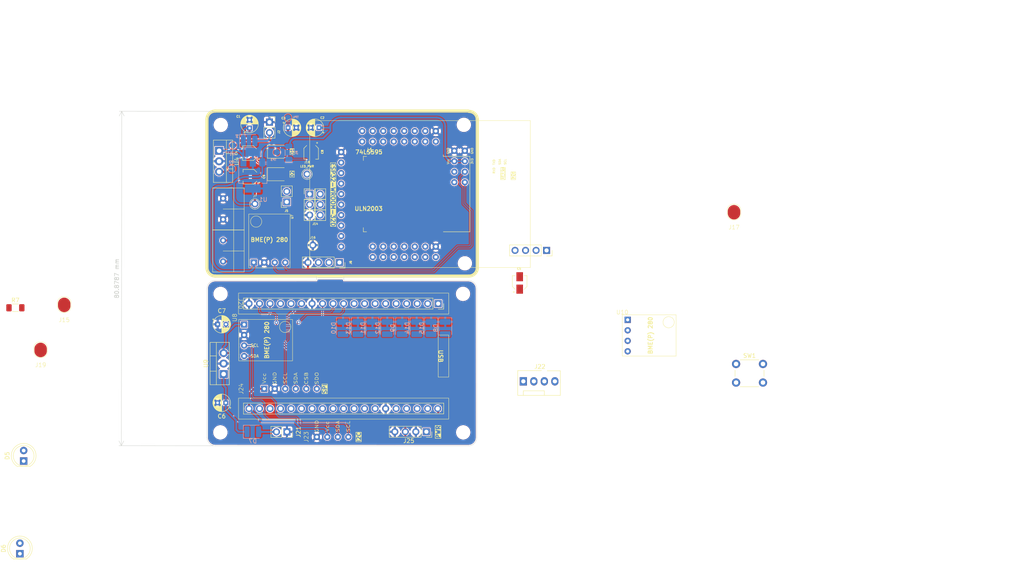
<source format=kicad_pcb>
(kicad_pcb (version 20240108) (generator "pcbnew") (generator_version "8.0")
  (layers (0 "F.Cu" signal) (31 "B.Cu" signal) (34 "B.Paste" user) (35 "F.Paste" user) (36 "B.SilkS" user "B.Silkscreen") (37 "F.SilkS" user "F.Silkscreen") (38 "B.Mask" user) (39 "F.Mask" user) (44 "Edge.Cuts" user))
  (net 0 "")
  (net 1 "GND")
  (net 2 "+3V3")
  (net 3 "+5V")
  (net 4 "/RXD")
  (net 5 "/TXD")
  (net 6 "/SDA")
  (net 7 "/GPIO_33")
  (net 8 "/SCL")
  (net 9 "/OUT3")
  (net 10 "/EN")
  (net 11 "/SOURCE2")
  (net 12 "/SOURCE1")
  (net 13 "/SOURCE3")
  (net 14 "/VDC")
  (net 15 "/DAC1")
  (net 16 "/DAC2")
  (net 17 "/GPIO39")
  (net 18 "/GPIO19")
  (net 19 "/GPIO17")
  (net 20 "/GPIO5")
  (net 21 "/GPIO18")
  (net 22 "/SD_DATA0")
  (net 23 "/ADC2_CH3")
  (net 24 "/SD_DATA3")
  (net 25 "/SD_CMD")
  (net 26 "/SD_CLK")
  (net 27 "/SD_DATA2")
  (net 28 "/SD_DATA1")
  (net 29 "/ADC2_CH0")
  (net 30 "/GPIO23")
  (net 31 "/GPIO36")
  (net 32 "/ADC2_CH2")
  (net 33 "/BOOT")
  (net 34 "/GPIO13")
  (net 35 "/SOURCE4")
  (net 36 "/SOURCE5")
  (net 37 "/SIPO_DATA")
  (net 38 "/SIPO_CLK")
  (net 39 "/SIPO_LATCH")
  (net 40 "/GPIO14")
  (net 41 "/OUT1")
  (net 42 "/VIN")
  (net 45 "Net-(D5-Pad1)")
  (net 46 "Net-(J15-Pin_1)")
  (net 47 "Net-(J19-Pin_1)")
  (net 48 "/OUT2")
  (net 60 "/RX")
  (net 65 "/TX")
  (net 76 "/SCL-2")
  (net 77 "/SDA-2")
  (net 80 "/12V")
  (net 82 "/QB-2")
  (net 83 "/QC-2")
  (net 84 "/QE-2")
  (net 85 "/QA-2")
  (net 86 "/QD-2")
  (net 87 "/QG-2")
  (net 88 "/QH-2")
  (net 89 "/QF-2")
  (net 90 "/SPI-SDO")
  (net 91 "/SPI-CSB")
  (net 92 "/SPI-SCL")
  (net 93 "/SPI-SDA")
  (net 94 "/D23")
  (net 95 "/D18")
  (footprint "Capacitor_THT:CP_Radial_D4.0mm_P2.00mm" (layer "F.Cu") (at 107 44.2 180)
    (property "Reference" "C2")
    (property "Value" "1uF")
  )
  (footprint "LED_SMD:LED_1210_3225Metric_Pad1.42x2.65mm_HandSolder" (layer "F.Cu") (at 97 55.45)
    (property "Reference" "D2")
    (property "Value" "STATUS")
  )
  (footprint "Capacitor_SMD:CP_Elec_3x5.3" (layer "F.Cu") (at 90.3 50.35 180)
    (property "Reference" "C4")
    (property "Value" "0.1uF")
  )
  (footprint "Resistor_SMD:R_1206_3216Metric_Pad1.30x1.75mm_HandSolder" (layer "F.Cu") (at 33.612 87.7585)
    (property "Reference" "R7")
    (property "Value" "4K7")
  )
  (footprint "LED_THT:LED_D5.0mm" (layer "F.Cu") (at 34.7 147.25 90)
    (property "Reference" "D6")
    (property "Value" "LED_STATUS")
  )
  (footprint "Button_Switch_THT:SW_PUSH_6mm" (layer "F.Cu") (at 207.8 101.35)
    (property "Reference" "SW1")
    (property "Value" "SW_Push")
  )
  (footprint "Connector:FanPinHeader_1x04_P2.54mm_Vertical" (layer "F.Cu") (at 156.38 105.55)
    (property "Reference" "J22")
    (property "Value" "Conn_01x04_Pin")
  )
  (footprint "Alexander Footprint Library:Pad_1x01_P2.54_SMD" (layer "F.Cu") (at 39.712 102.098)
    (property "Reference" "J19")
    (property "Value" "LED_PWR")
  )
  (footprint "Alexanddr Footprints Library:ESP32-WROOM-Adapter-Socket-2" (layer "F.Cu") (at 127.6 60.25 -90)
    (property "Reference" "J1")
    (property "Value" "~")
  )
  (footprint "Alexander Footprint Library:Pad_1x01_P2.54_SMD" (layer "F.Cu") (at 45.412 91.198)
    (property "Reference" "J15")
    (property "Value" "LED_PWR")
  )
  (footprint "MountingHole:MountingHole_3mm" (layer "F.Cu") (at 142 43.5)
    (property "Reference" "H1" (hide yes))
    (property "Value" "MountingHole_Pad")
  )
  (footprint "Connector_PinSocket_2.54mm:PinSocket_1x02_P2.54mm_Vertical" (layer "F.Cu") (at 99.25 117.775 -90)
    (property "Reference" "J21")
    (property "Value" "PWR")
  )
  (footprint "MountingHole:MountingHole_3mm" (layer "F.Cu") (at 83.25 43.53)
    (property "Reference" "H2" (hide yes))
    (property "Value" "MountingHole_Pad")
  )
  (footprint "Alexander Footprints Library:Conn_Terminal_5mm" (layer "F.Cu") (at 83.82 53.69)
    (property "Reference" "J9" (hide yes))
    (property "Value" "Conn_01x02_Socket")
  )
  (footprint "Alexander Footprint Library:Pad_1x01_P2.54_SMD" (layer "F.Cu") (at 207.3 68.7895)
    (property "Reference" "J17")
    (property "Value" "GND")
  )
  (footprint "MountingHole:MountingHole_3mm" (layer "F.Cu") (at 141.85 117.9)
    (property "Reference" "H4" (hide yes))
    (property "Value" "MountingHole_Pad")
  )
  (footprint "Capacitor_THT:CP_Radial_D4.0mm_P2.00mm" (layer "F.Cu") (at 82.5 91.75)
    (property "Reference" "C7")
    (property "Value" "1uF")
  )
  (footprint "Connector_PinSocket_2.54mm:PinSocket_1x04_P2.54mm_Vertical" (layer "F.Cu") (at 132.94 117.75 -90)
    (property "Reference" "J25")
    (property "Value" "PWR_SATA_Conn_01x04")
  )
  (footprint "Capacitor_SMD:CP_Elec_3x5.3" (layer "F.Cu") (at 90.4 56.05 180)
    (property "Reference" "C9")
    (property "Value" "0.1uF")
  )
  (footprint "Alexander Footprint Library:PinSocket_1x01_P2.54" (layer "F.Cu") (at 91.5 65.19)
    (property "Reference" "J7")
    (property "Value" "LED_PWR")
  )
  (footprint "Alexander Footprint Library:Conn_SPI" (layer "F.Cu") (at 88.68 107.35 90)
    (property "Reference" "J24")
    (property "Value" "~")
  )
  (footprint "Connector_PinSocket_2.54mm:PinSocket_1x02_P2.54mm_Vertical" (layer "F.Cu") (at 95.025 42.85)
    (property "Reference" "J2")
    (property "Value" "PWR")
  )
  (footprint "Connector_PinSocket_2.54mm:PinSocket_1x04_P2.54mm_Vertical" (layer "F.Cu") (at 111.94 76.8 -90)
    (property "Reference" "J6")
    (property "Value" "SOURCE")
  )
  (footprint "MountingHole:MountingHole_3mm" (layer "F.Cu") (at 83.15 117.9)
    (property "Reference" "H4" (hide yes))
    (property "Value" "MountingHole_Pad")
  )
  (footprint "Connector_PinSocket_2.54mm:PinSocket_1x04_P2.54mm_Vertical" (layer "F.Cu") (at 162 73.875 -90)
    (property "Reference" "J10" (hide yes))
    (property "Value" "ADC")
  )
  (footprint "Capacitor_SMD:CP_Elec_3x5.3" (layer "F.Cu") (at 155.5 81.75 90)
    (property "Reference" "C5")
    (property "Value" "0.1uF")
  )
  (footprint "MountingHole:MountingHole_3mm" (layer "F.Cu") (at 141.8 84.4)
    (property "Reference" "H4" (hide yes))
    (property "Value" "MountingHole_Pad")
  )
  (footprint "Capacitor_THT:CP_Radial_D4.0mm_P2.00mm" (layer "F.Cu") (at 99.5 44.2)
    (property "Reference" "C3")
    (property "Value" "1uF")
  )
  (footprint "Alexander Footprint Library:Conn_ESP32_WROOM-DevKit-38pins" (layer "F.Cu") (at 87.54 86.75 -90)
    (property "Reference" "J20")
    (property "Value" "~")
  )
  (footprint "Capacitor_SMD:CP_Elec_3x5.3" (layer "F.Cu") (at 105.1 50.05 -90)
    (property "Reference" "C8")
    (property "Value" "10uF")
  )
  (footprint "Alexander Footprint Library:LD1117" (layer "F.Cu") (at 83.945 103.79 90)
    (property "Reference" "U9")
    (property "Value" "L7805")
  )
  (footprint "Alexander Footprint Library:PinSocket_1x01_P2.54" (layer "F.Cu") (at 104.1 57.99)
    (property "Reference" "J18")
    (property "Value" "LED_PWR")
  )
  (footprint "Alexander Footprint Library:Conn_I2C" (layer "F.Cu") (at 98.84 119 90)
    (property "Reference" "J23")
    (property "Value" "I2C")
  )
  (footprint "Capacitor_THT:CP_Radial_D4.0mm_P2.00mm" (layer "F.Cu") (at 84.4726 110.75 180)
    (property "Reference" "C6")
    (property "Value" "1uF")
  )
  (footprint "Alexander Footprint Library:BME280_BMP280_I2C" (layer "F.Cu") (at 180.3 89.45)
    (property "Reference" "U10")
    (property "Value" "BME(P)280")
  )
  (footprint "MountingHole:MountingHole_3mm" (layer "F.Cu") (at 83.2 84.4)
    (property "Reference" "H4" (hide yes))
    (property "Value" "MountingHole_Pad")
  )
  (footprint "Connector_PinSocket_2.54mm:PinSocket_1x02_P2.54mm_Vertical" (layer "F.Cu") (at 99.2 62.15 180)
    (property "Reference" "J5")
    (property "Value" "DAC")
  )
  (footprint "Alexander Footprint Library:CONN_2x3" (layer "F.Cu") (at 104.74 55.17)
    (property "Reference" "J14")
    (property "Value" "GPIO")
  )
  (footprint "Alexander Footprints Library:Conn_UART" (layer "F.Cu") (at 139.7 42.15)
    (property "Reference" "J3" (hide yes))
    (property "Value" "UART")
  )
  (footprint "Alexander Footprint Library:PinSocket_1x01_P2.54" (layer "F.Cu") (at 105.5 75.19)
    (property "Reference" "J16")
    (property "Value" "GND")
  )
  (footprint "Capacitor_THT:CP_Radial_D4.0mm_P2.00mm" (layer "F.Cu") (at 90.2 44.3 90)
    (property "Reference" "C1")
    (property "Value" "1uF")
  )
  (footprint "Alexander Footprint Library:BME280_BMP280_I2C" (layer "F.Cu") (at 90 78.1 90)
    (property "Reference" "U7")
    (property "Value" "BME(P)280")
  )
  (footprint "Alexander Footprint Library:LD1117" (layer "F.Cu") (at 82.855 49.77 -90)
    (property "Reference" "U4")
    (property "Value" "L7805")
  )
  (footprint "Alexander Footprints Library:Conn_I2C" (layer "F.Cu") (at 142.24 42.15)
    (property "Reference" "J4" (hide yes))
    (property "Value" "I2C")
  )
  (footprint "LED_THT:LED_D5.0mm" (layer "F.Cu") (at 35.612 124.8335 90)
    (property "Reference" "D5")
    (property "Value" "LED_PWR")
  )
  (footprint "Alexander Footprint Library:BME280_BMP280_I2C" (layer "F.Cu") (at 87.6 90.59)
    (property "Reference" "U8")
    (property "Value" "BME(P)280")
  )
  (footprint "LED_SMD:LED_1210_3225Metric_Pad1.42x2.65mm_HandSolder" (layer "F.Cu") (at 97 50)
    (property "Reference" "D1")
    (property "Value" "PWR")
  )
  (footprint "MountingHole:MountingHole_3mm" (layer "F.Cu") (at 142.25 77)
    (property "Reference" "H4" (hide yes))
    (property "Value" "MountingHole_Pad")
  )
  (footprint "Alexander Footprints Library:Conn_Terminal_5mm" (layer "F.Cu") (at 83.82 63.85)
    (property "Reference" "J8" (hide yes))
    (property "Value" "Conn_01x02_Socket")
  )
  (footprint "TestPoint:TestPoint_Pad_D1.5mm" (layer "B.Cu") (at 99.5 41.75 180)
    (property "Reference" "TP4")
    (property "Value" "5V")
  )
  (footprint "LED_SMD:LED_1210_3225Metric_Pad1.42x2.65mm_HandSolder" (layer "B.Cu") (at 127.1 92.65 -90)
    (property "Reference" "D9")
    (property "Value" "PWR")
  )
  (footprint "TestPoint:TestPoint_Pad_D1.5mm" (layer "B.Cu") (at 96.8 50.15 180)
    (property "Reference" "TP3")
    (property "Value" "3V3")
  )
  (footprint "LED_SMD:LED_1210_3225Metric_Pad1.42x2.65mm_HandSolder" (layer "B.Cu") (at 119.9 92.65 -90)
    (property "Reference" "D11")
    (property "Value" "PWR")
  )
  (footprint "Diode_SMD:D_1210_3225Metric" (layer "B.Cu") (at 91 117.75)
    (property "Reference" "D7")
    (property "Value" "D")
  )
  (footprint "LED_SMD:LED_1210_3225Metric_Pad1.42x2.65mm_HandSolder" (layer "B.Cu") (at 134.1 92.65 -90)
    (property "Reference" "D15")
    (property "Value" "PWR")
  )
  (footprint "Resistor_SMD:R_1206_3216Metric_Pad1.30x1.75mm_HandSolder" (layer "B.Cu") (at 99.7 50.25 -90)
    (property "Reference" "R1")
    (property "Value" "10K")
  )
  (footprint "Diode_SMD:D_1210_3225Metric" (layer "B.Cu") (at 90.1 47.4)
    (property "Reference" "D4")
    (property "Value" "D")
  )
  (footprint "LED_SMD:LED_1210_3225Metric_Pad1.42x2.65mm_HandSolder" (layer "B.Cu") (at 130.6 92.65 -90)
    (property "Reference" "D14")
    (property "Value" "PWR")
  )
  (footprint "TestPoint:TestPoint_Pad_D1.5mm" (layer "B.Cu") (at 86.2 48.45 180)
    (property "Reference" "TP1")
    (property "Value" "VIN")
  )
  (footprint "LED_SMD:LED_1210_3225Metric_Pad1.42x2.65mm_HandSolder" (layer "B.Cu") (at 123.5 92.65 -90)
    (property "Reference" "D12")
    (property "Value" "PWR")
  )
  (footprint "TestPoint:TestPoint_Pad_D1.5mm" (layer "B.Cu") (at 85.9 54.15 180)
    (property "Reference" "TP2")
    (property "Value" "GND")
  )
  (footprint "LED_SMD:LED_1210_3225Metric_Pad1.42x2.65mm_HandSolder" (layer "B.Cu") (at 116.4 92.65 -90)
    (property "Reference" "D13")
    (property "Value" "PWR")
  )
  (footprint "LED_SMD:LED_1210_3225Metric_Pad1.42x2.65mm_HandSolder" (layer "B.Cu") (at 112.8 92.65 -90)
    (property "Reference" "D10")
    (property "Value" "PWR")
  )
  (footprint "Package_TO_SOT_SMD:SOT-223-3_TabPin2" (layer "B.Cu") (at 91 55.75 -90)
    (property "Reference" "U1")
    (property "Value" "MAX1726EUK33")
  )
  (footprint "LED_SMD:LED_1210_3225Metric_Pad1.42x2.65mm_HandSolder" (layer "B.Cu") (at 137.5 92.65 -90)
    (property "Reference" "D8")
    (property "Value" "PWR")
  )
  (gr_line (start 145.25 42.11421) (end 145.25 78.085782) (stroke (width 0.75)) (layer "F.SilkS"))
  (gr_line (start 81.914218 40.164218) (end 143.08579 40.164218) (stroke (width 0.75)) (layer "F.SilkS"))
  (gr_arc (start 145.25 78.085782) (mid 144.66422 79.500007) (end 143.25 80.085782) (stroke (width 0.75)) (layer "F.SilkS"))
  (gr_line (start 79.914218 42.11421) (end 79.914218 78.085782) (stroke (width 0.75)) (layer "F.SilkS"))
  (gr_arc (start 81.914218 80.085782) (mid 80.499999 79.500001) (end 79.914218 78.085782) (stroke (width 0.75)) (layer "F.SilkS"))
  (gr_arc (start 143.25 40.25) (mid 144.664214 40.835786) (end 145.25 42.25) (stroke (width 0.75)) (layer "F.SilkS"))
  (gr_arc (start 79.914218 42.164218) (mid 80.499999 40.749999) (end 81.914218 40.164218) (stroke (width 0.75)) (layer "F.SilkS"))
  (gr_line (start 81.914214 80.085782) (end 143.085786 80.085782) (stroke (width 0.75)) (layer "F.SilkS"))
  (gr_line (start 82.014214 80.235786) (end 106.4 80.25) (stroke (width 0.1)) (layer "Edge.Cuts"))
  (gr_line (start 80 42.25) (end 80.014214 78.235786) (stroke (width 0.1)) (layer "Edge.Cuts"))
  (gr_arc (start 79.921321 83.157107) (mid 80.507106 81.742896) (end 81.921321 81.157107) (stroke (width 0.1)) (layer "Edge.Cuts"))
  (gr_line (start 81.921321 121.128679) (end 143.107107 121.142893) (stroke (width 0.1)) (layer "Edge.Cuts"))
  (gr_arc (start 81.921321 121.128679) (mid 80.507101 120.542899) (end 79.921321 119.128679) (stroke (width 0.1)) (layer "Edge.Cuts"))
  (gr_line (start 143.092893 81.157107) (end 113 81.15) (stroke (width 0.1)) (layer "Edge.Cuts"))
  (gr_arc (start 145.107107 119.142893) (mid 144.521321 120.557107) (end 143.107107 121.142893) (stroke (width 0.1)) (layer "Edge.Cuts"))
  (gr_line (start 106.4 81.15) (end 81.921321 81.157107) (stroke (width 0.1)) (layer "Edge.Cuts"))
  (gr_arc (start 143.185786 40.264214) (mid 144.600004 40.849996) (end 145.185786 42.264214) (stroke (width 0.1)) (layer "Edge.Cuts"))
  (gr_line (start 113 80.25) (end 143.185786 80.235786) (stroke (width 0.1)) (layer "Edge.Cuts"))
  (gr_arc (start 82.014214 80.235786) (mid 80.599996 79.650004) (end 80.014214 78.235786) (stroke (width 0.1)) (layer "Edge.Cuts"))
  (gr_line (start 145.185786 42.264214) (end 145.185786 78.235786) (stroke (width 0.1)) (layer "Edge.Cuts"))
  (gr_arc (start 80 42.25) (mid 80.585786 40.835786) (end 82 40.25) (stroke (width 0.1)) (layer "Edge.Cuts"))
  (gr_line (start 145.107107 119.142893) (end 145.092893 83.157107) (stroke (width 0.1)) (layer "Edge.Cuts"))
  (gr_line (start 79.921321 119.128679) (end 79.921321 83.157107) (stroke (width 0.1)) (layer "Edge.Cuts"))
  (gr_line (start 106.4 81.15) (end 106.4 80.25) (stroke (width 0.1)) (layer "Edge.Cuts"))
  (gr_arc (start 145.185786 78.235786) (mid 144.600004 79.650004) (end 143.185786 80.235786) (stroke (width 0.1)) (layer "Edge.Cuts"))
  (gr_arc (start 143.092893 81.157107) (mid 144.507112 81.742888) (end 145.092893 83.157107) (stroke (width 0.1)) (layer "Edge.Cuts"))
  (gr_line (start 113 81.15) (end 113 80.25) (stroke (width 0.1)) (layer "Edge.Cuts"))
  (gr_line (start 143.185786 40.264214) (end 82 40.25) (stroke (width 0.1)) (layer "Edge.Cuts"))
  (gr_text "SCL" (at 90.4 96.85 0) (layer "F.SilkS") (effects (font (size 0.7 0.7) (thickness 0.125) (bold yes)) (justify left)))
  (gr_text "SDA" (at 90.4 99.45 0) (layer "F.SilkS") (effects (font (size 0.7 0.7) (thickness 0.125) (bold yes)) (justify left)))
  (gr_text "PWR" (at 136.4 119.55 90) (layer "F.SilkS" knockout) (effects (font (size 1 1) (thickness 0.25) (bold yes)) (justify left bottom)))
  (gr_text "74LS595" (at 119.057143 50.1 0) (layer "F.SilkS") (effects (font (size 1 1) (thickness 0.2) (bold yes))))
  (gr_text "ULN2003" (at 115.5 64.374 0) (layer "F.SilkS") (effects (font (size 1 1) (thickness 0.2) (bold yes)) (justify left bottom)))
  (dimension (type aligned) (layer "Edge.Cuts") (pts (xy 81.921321 121.128679) (xy 82 40.25)) (height -22.6907) (gr_text "80.8787 mm" (at 58.119973 80.666146 89.94426182) (layer "Edge.Cuts") (effects (font (size 1 1) (thickness 0.15)))) (format (prefix "") (suffix "") (units 3) (units_format 1) (precision 4)) (style (thickness 0.1) (arrow_length 1.27) (text_position_mode 0) (extension_height 0.58642) (extension_offset 0.5) keep_text_aligned))
  (segment (start 84.21 66) (end 83.82 66.39) (width 0.5) (layer "F.Cu") (net 1))
  (segment (start 95.5 54.8625) (end 95.5125 54.85) (width 0.25) (layer "F.Cu") (net 1))
  (segment (start 95.5 55.4625) (end 95.5125 55.45) (width 0.25) (layer "F.Cu") (net 1))
  (segment (start 91.5 59.65) (end 91.9 59.25) (width 0.5) (layer "F.Cu") (net 2))
  (segment (start 90.08 108.57) (end 90.08 112.15) (width 0.5) (layer "F.Cu") (net 2))
  (segment (start 91.3 107.35) (end 90.08 108.57) (width 0.5) (layer "F.Cu") (net 2))
  (segment (start 91.9 59.25) (end 91.9 56.05) (width 0.5) (layer "F.Cu") (net 2))
  (segment (start 93.76 107.35) (end 91.3 107.35) (width 0.5) (layer "F.Cu") (net 2))
  (segment (start 91.5 62.62) (end 91.5 59.65) (width 0.5) (layer "F.Cu") (net 2))
  (segment (start 98.4875 50) (end 101.05 50) (width 0.5) (layer "F.Cu") (net 2))
  (segment (start 102.5 48.55) (end 105.1 48.55) (width 0.5) (layer "F.Cu") (net 2))
  (segment (start 101.05 50) (end 102.5 48.55) (width 0.5) (layer "F.Cu") (net 2))
  (segment (start 96.075 48.7) (end 97.525 48.7) (width 0.5) (layer "B.Cu") (net 2))
  (segment (start 109.408578 44.2) (end 107 44.2) (width 0.5) (layer "B.Cu") (net 2))
  (segment (start 93.21 115.25) (end 101 115.25) (width 0.5) (layer "B.Cu") (net 2))
  (segment (start 81.3 75.997918) (end 81.3 59.75104) (width 0.5) (layer "B.Cu") (net 2))
  (segment (start 93.3 54.905025) (end 93.3 52.6) (width 0.5) (layer "B.Cu") (net 2))
  (segment (start 100 48.7) (end 100 48.03033) (width 0.5) (layer "B.Cu") (net 2))
  (segment (start 139.13 52.31) (end 139.7 52.31) (width 0.5) (layer "B.Cu") (net 2))
  (segment (start 138.156949 51.906949) (end 138.03 51.78) (width 0.5) (layer "B.Cu") (net 2))
  (segment (start 109 117.5) (end 109 119) (width 0.5) (layer "B.Cu") (net 2))
  (segment (start 84.202081 78.9) (end 89.990883 78.9) (width 0.5) (layer "B.Cu") (net 2))
  (segment (start 109.75 45) (end 109.75 44.141421) (width 0.5) (layer "B.Cu") (net 2))
  (segment (start 109.75 43.858578) (end 109.75 44.141421) (width 0.5) (layer "B.Cu") (net 2))
  (segment (start 104.722182 46.75) (end 106.277817 46.75) (width 0.5) (layer "B.Cu") (net 2))
  (segment (start 139.7 52.31) (end 142.24 52.31) (width 0.5) (layer "B.Cu") (net 2))
  (segment (start 137.5 50.500466) (end 137.5 43.883883) (width 0.5) (layer "B.Cu") (net 2))
  (segment (start 88.207106 62.75) (end 91.5 62.75) (width 0.5) (layer "B.Cu") (net 2))
  (segment (start 86.5 61.042893) (end 86.5 57.5) (width 0.5) (layer "B.Cu") (net 2))
  (segment (start 106.277817 46.75) (end 108 46.75) (width 0.5) (layer "B.Cu") (net 2))
  (segment (start 101 115.25) (end 102.5 116.75) (width 0.5) (layer "B.Cu") (net 2))
  (segment (start 91.22 77.670883) (end 91.22 76.8) (width 0.5) (layer "B.Cu") (net 2))
  (segment (start 89.455634 56.1) (end 92.105025 56.1) (width 0.5) (layer "B.Cu") (net 2))
  (segment (start 96.075 48.7) (end 95.177817 48.7) (width 0.5) (layer "B.Cu") (net 2))
  (segment (start 90.11 112.15) (end 93.21 115.25) (width 0.5) (layer "B.Cu") (net 2))
  (segment (start 108.25 116.75) (end 109 117.5) (width 0.5) (layer "B.Cu") (net 2))
  (segment (start 104.722182 46.75) (end 101.28033 46.75) (width 0.5) (layer "B.Cu") (net 2))
  (segment (start 108 46.75) (end 109.75 45) (width 0.5) (layer "B.Cu") (net 2))
  (segment (start 96.8 49.425) (end 96.8 50.15) (width 0.25) (layer "B.Cu") (net 2))
  (segment (start 109.75 43.625) (end 109.75 43.858578) (width 0.5) (layer "B.Cu") (net 2))
  (segment (start 110.015165 42.984834) (end 110.5 42.5) (width 0.5) (layer "B.Cu") (net 2))
  (segment (start 93.3 52.6) (end 93.3 50.577817) (width 0.5) (layer "B.Cu") (net 2))
  (segment (start 82.75104 58.3) (end 84.144365 58.3) (width 0.5) (layer "B.Cu") (net 2))
  (segment (start 102.5 116.75) (end 108.25 116.75) (width 0.5) (layer "B.Cu") (net 2))
  (segment (start 112.31066 41.75) (end 135.366116 41.75) (width 0.5) (layer "B.Cu") (net 2))
  (segment (start 100 48.7) (end 97.525 48.7) (width 0.5) (layer "B.Cu") (net 2))
  (arc (start 136.875 42.375) (mid 137.337567 43.067281) (end 137.5 43.883883) (width 0.5) (layer "B.Cu") (net 2))
  (arc (start 137.5 50.500466) (mid 137.637742 51.192944) (end 138.03 51.78) (width 0.5) (layer "B.Cu") (net 2))
  (arc (start 93.3 54.905025) (mid 93.209037 55.362322) (end 92.95 55.75) (width 0.5) (layer "B.Cu") (net 2))
  (arc (start 86.8 57.2) (mid 85.581584 58.014119) (end 84.144365 58.3) (width 0.5) (layer "B.Cu") (net 2))
  (arc (start 89.455634 56.1) (mid 88.018415 56.38588) (end 86.8 57.2) (width 0.5) (layer "B.Cu") (net 2))
  (arc (start 86.5 61.042893) (mid 86.629945 61.696174) (end 87 62.25) (width 0.5) (layer "B.Cu") (net 2))
  (arc (start 82.75104 58.3) (mid 82.195751 58.410453) (end 81.725 58.725) (width 0.5) (layer "B.Cu") (net 2))
  (arc (start 92.95 55.75) (mid 92.562322 56.009037) (end 92.105025 56.1) (width 0.5) (layer "B.Cu") (net 2))
  (arc (start 95.177817 48.7) (mid 94.459207 48.84294) (end 93.85 49.25) (width 0.5) (layer "B.Cu") (net 2))
  (arc (start 96.8 49.425) (mid 96.587652 48.912347) (end 96.075 48.7) (width 0.25) (layer "B.Cu") (net 2))
  (arc (start 82.15 78.05) (mid 83.091502 78.679092) (end 84.202081 78.9) (width 0.5) (layer "B.Cu") (net 2))
  (arc (start 110.015165 42.984834) (mid 109.818914 43.278544) (end 109.75 43.625) (width 0.5) (layer "B.Cu") (net 2))
  (arc (start 109.75 44.141421) (mid 109.713838 44.087301) (end 109.65 44.1) (width 0.5) (layer "B.Cu") (net 2))
  (arc (start 136.875 42.375) (mid 136.182718 41.912432) (end 135.366116 41.75) (width 0.5) (layer "B.Cu") (net 2))
  (arc (start 93.85 49.25) (mid 93.44294 49.859207) (end 93.3 50.577817) (width 0.5) (layer "B.Cu") (net 2))
  (arc (start 90.86 78.54) (mid 90.461245 78.806439) (end 89.990883 78.9) (width 0.5) (layer "B.Cu") (net 2))
  (arc (start 109.65 44.1) (mid 109.539234 44.17401) (end 109.408578 44.2) (width 0.5) (layer "B.Cu") (net 2))
  (arc (start 87 62.25) (mid 87.553825 62.620054) (end 88.207106 62.75) (width 0.5) (layer "B.Cu") (net 2))
  (arc (start 81.725 58.725) (mid 81.410453 59.195751) (end 81.3 59.75104) (width 0.5) (layer "B.Cu") (net 2))
  (arc (start 138.156949 51.906949) (mid 138.603388 52.20525) (end 139.13 52.31) (width 0.5) (layer "B.Cu") (net 2))
  (arc (start 101.28033 46.75) (mid 100.790368 46.847459) (end 100.375 47.125) (width 0.5) (layer "B.Cu") (net 2))
  (arc (start 91.22 77.670883) (mid 91.126439 78.141245) (end 90.86 78.54) (width 0.5) (layer "B.Cu") (net 2))
  (arc (start 109.65 44.1) (mid 109.72401 43.989234) (end 109.75 43.858578) (width 0.5) (layer "B.Cu") (net 2))
  (arc (start 112.31066 41.75) (mid 111.330737 41.944918) (end 110.5 42.5) (width 0.5) (layer "B.Cu") (net 2))
  (arc (start 100.375 47.125) (mid 100.097459 47.540368) (end 100 48.03033) (width 0.5) (layer "B.Cu") (net 2))
  (arc (start 81.3 75.997918) (mid 81.520907 77.108496) (end 82.15 78.05) (width 0.5) (layer "B.Cu") (net 2))
  (segment (start 99.5 45.693413) (end 99.5 44.2) (width 0.5) (layer "F.Cu") (net 3))
  (segment (start 98.6375 46.9625) (end 99.2125 46.3875) (width 0.5) (layer "F.Cu") (net 3))
  (segment (start 83.945 98.71) (end 86.21 98.71) (width 0.5) (layer "F.Cu") (net 3))
  (segment (start 86.75 99.25) (end 86.75 100) (width 0.5) (layer "F.Cu") (net 3))
  (segment (start 127.86 116.39) (end 129 115.25) (width 0.5) (layer "F.Cu") (net 3))
  (segment (start 129 115.25) (end 135.25 115.25) (width 0.5) (layer "F.Cu") (net 3))
  (segment (start 135.81 114.69) (end 135.81 112.15) (width 0.5) (layer "F.Cu") (net 3))
  (segment (start 86.75 114.25) (end 87.75 115.25) (width 0.5) (layer "F.Cu") (net 3))
  (segment (start 86.75 100) (end 86.75 114.25) (width 0.5) (layer "F.Cu") (net 3))
  (segment (start 88.1 47.25) (end 97.943413 47.25) (width 0.5) (layer "F.Cu") (net 3))
  (segment (start 84.9 54.85) (end 85.4 54.35) (width 0.5) (layer "F.Cu") (net 3))
  (segment (start 85.4 54.35) (end 85.4 49.95) (width 0.5) (layer "F.Cu") (net 3))
  (segment (start 127.86 118.65) (end 127.86 116.39) (width 0.5) (layer "F.Cu") (net 3))
  (segment (start 86.21 98.71) (end 86.75 99.25) (width 0.5) (layer "F.Cu") (net 3))
  (segment (start 135.25 115.25) (end 135.81 114.69) (width 0.5) (layer "F.Cu") (net 3))
  (segment (start 82.855 54.85) (end 84.9 54.85) (width 0.5) (layer "F.Cu") (net 3))
  (segment (start 85.4 49.95) (end 88.1 47.25) (width 0.5) (layer "F.Cu") (net 3))
  (segment (start 87.75 115.25) (end 129 115.25) (width 0.5) (layer "F.Cu") (net 3))
  (arc (start 97.943413 47.25) (mid 98.31905 47.175281) (end 98.6375 46.9625) (width 0.5) (layer "F.Cu") (net 3))
  (arc (start 99.5 45.693413) (mid 99.425281 46.06905) (end 99.2125 46.3875) (width 0.5) (layer "F.Cu") (net 3))
  (segment (start 83.945 97.305) (end 84.5 96.75) (width 0.5) (layer "B.Cu") (net 3))
  (segment (start 84.5 94.05) (end 84.5 91.75) (width 0.5) (layer "B.Cu") (net 3))
  (segment (start 88.9 91.81) (end 86.74 91.81) (width 0.5) (layer "B.Cu") (net 3))
  (segment (start 83.945 98.71) (end 83.945 97.305) (width 0.5) (layer "B.Cu") (net 3))
  (segment (start 86.74 91.81) (end 84.5 94.05) (width 0.5) (layer "B.Cu") (net 3))
  (segment (start 84.5 96.75) (end 84.5 94.05) (width 0.5) (layer "B.Cu") (net 3))
  (segment (start 99.5 42.25) (end 99.5 44.2) (width 0.25) (layer "B.Cu") (net 3))
  (segment (start 139.7 57.35) (end 139.7 57.39) (width 0.25) (layer "F.Cu") (net 4))
  (segment (start 140.3 57.45) (end 139.3 57.45) (width 0.25) (layer "F.Cu") (net 4))
  (segment (start 139.7 54.85) (end 139.5 54.85) (width 0.25) (layer "F.Cu") (net 5))
  (segment (start 142.24 54.85) (end 142.24 55.51) (width 0.25) (layer "F.Cu") (net 6))
  (segment (start 141.79 58.74) (end 141 57.95) (width 0.25) (layer "B.Cu") (net 6))
  (segment (start 140.418198 72.781802) (end 143.281802 72.781802) (width 0.25) (layer "B.Cu") (net 6))
  (segment (start 98.84 76.8) (end 98.84 78.09) (width 0.25) (layer "B.Cu") (net 6))
  (segment (start 143.55 64.45) (end 141.79 62.69) (width 0.25) (layer "B.Cu") (net 6))
  (segment (start 134.55 78.65) (end 140.418198 72.781802) (width 0.25) (layer "B.Cu") (net 6))
  (segment (start 141.79 62.69) (end 141.79 58.74) (width 0.25) (layer "B.Cu") (net 6))
  (segment (start 141 56.09) (end 142.24 54.85) (width 0.25) (layer "B.Cu") (net 6))
  (segment (start 98.84 78.09) (end 99.4 78.65) (width 0.25) (layer "B.Cu") (net 6))
  (segment (start 99.4 78.65) (end 134.55 78.65) (width 0.25) (layer "B.Cu") (net 6))
  (segment (start 143.281802 72.781802) (end 143.55 72.513604) (width 0.25) (layer "B.Cu") (net 6))
  (segment (start 143.55 72.513604) (end 143.55 64.45) (width 0.25) (layer "B.Cu") (net 6))
  (segment (start 141 57.95) (end 141 56.09) (width 0.25) (layer "B.Cu") (net 6))
  (segment (start 143.4 73.3) (end 144 72.7) (width 0.25) (layer "B.Cu") (net 8))
  (segment (start 96.95 79.1) (end 134.8 79.1) (width 0.25) (layer "B.Cu") (net 8))
  (segment (start 96.3 76.8) (end 96.3 78.45) (width 0.25) (layer "B.Cu") (net 8))
  (segment (start 144 72.7) (end 144 64.263604) (width 0.25) (layer "B.Cu") (net 8))
  (segment (start 142.24 62.503604) (end 142.24 57.39) (width 0.25) (layer "B.Cu") (net 8))
  (segment (start 96.3 78.45) (end 96.95 79.1) (width 0.25) (layer "B.Cu") (net 8))
  (segment (start 134.8 79.1) (end 140.6 73.3) (width 0.25) (layer "B.Cu") (net 8))
  (segment (start 144 64.263604) (end 142.24 62.503604) (width 0.25) (layer "B.Cu") (net 8))
  (segment (start 140.6 73.3) (end 143.4 73.3) (width 0.25) (layer "B.Cu") (net 8))
  (segment (start 91.8 52.25) (end 92.3 52.75) (width 0.25) (layer "F.Cu") (net 10))
  (segment (start 92.3 52.75) (end 103.27 52.75) (width 0.25) (layer "F.Cu") (net 10))
  (segment (start 91.8 50.35) (end 91.8 52.25) (width 0.25) (layer "F.Cu") (net 10))
  (segment (start 100 51.8) (end 103.9 51.8) (width 0.25) (layer "B.Cu") (net 10))
  (segment (start 86.37 71.47) (end 88 73.1) (width 0.5) (layer "F.Cu") (net 11))
  (segment (start 88 73.1) (end 99 73.1) (width 0.5) (layer "F.Cu") (net 11))
  (segment (start 83.82 71.47) (end 86.37 71.47) (width 0.5) (layer "F.Cu") (net 11))
  (segment (start 86.275 76.55) (end 88.075 74.75) (width 0.5) (layer "F.Cu") (net 12))
  (segment (start 83.82 76.55) (end 86.275 76.55) (width 0.5) (layer "F.Cu") (net 12))
  (segment (start 88.075 74.75) (end 99.75 74.75) (width 0.5) (layer "F.Cu") (net 12))
  (segment (start 96.71 117.775) (end 92.425 117.775) (width 0.5) (layer "B.Cu") (net 14))
  (segment (start 92.425 117.775) (end 92.4 117.75) (width 0.5) (layer "B.Cu") (net 14))
  (segment (start 95.025 46.674479) (end 95.025 45.39) (width 0.5) (layer "B.Cu") (net 14))
  (segment (start 94.299479 47.4) (end 91.5 47.4) (width 0.5) (layer "B.Cu") (net 14))
  (arc (start 95.025 46.674479) (mid 94.969773 46.952124) (end 94.8125 47.1875) (width 0.5) (layer "B.Cu") (net 14))
  (arc (start 94.8125 47.1875) (mid 94.577124 47.344773) (end 94.299479 47.4) (width 0.5) (layer "B.Cu") (net 14))
  (segment (start 127.5 73.6) (end 128.2 72.9) (width 0.25) (layer "F.Cu") (net 21))
  (segment (start 89.5 46.25) (end 87.71 46.25) (width 0.5) (layer "F.Cu") (net 42))
  (segment (start 87.71 46.25) (end 84.19 49.77) (width 0.5) (layer "F.Cu") (net 42))
  (segment (start 90.2 45.55) (end 89.5 46.25) (width 0.5) (layer "F.Cu") (net 42))
  (segment (start 84.19 49.77) (end 82.855 49.77) (width 0.5) (layer "F.Cu") (net 42))
  (segment (start 90.2 44.3) (end 90.2 45.55) (width 0.5) (layer "F.Cu") (net 42))
  (segment (start 88.7 50.546446) (end 88.7 51.253553) (width 0.5) (layer "B.Cu") (net 42))
  (segment (start 84.4726 112.4726) (end 84.4726 109.5) (width 0.5) (layer "B.Cu") (net 42))
  (segment (start 88.7 45.153553) (end 88.7 47.4) (width 0.5) (layer "B.Cu") (net 42))
  (segment (start 86.2 49.11) (end 86.2 48.45) (width 0.25) (layer "B.Cu") (net 42))
  (segment (start 88.45 50.65) (end 88.2 50.4) (width 0.5) (layer "B.Cu") (net 42))
  (segment (start 88.7 50.546446) (end 88.7 47.4) (width 0.5) (layer "B.Cu") (net 42))
  (segment (start 84.4726 107.0826) (end 83.945 106.555) (width 0.5) (layer "B.Cu") (net 42))
  (segment (start 83.945 106.555) (end 83.945 103.79) (width 0.5) (layer "B.Cu") (net 42))
  (segment (start 88.45 50.65) (end 88.054368 50.254368) (width 0.5) (layer "B.Cu") (net 42))
  (segment (start 87.5 117.75) (end 87 117.25) (width 0.5) (layer "B.Cu") (net 42))
  (segment (start 89.553553 44.3) (end 90.2 44.3) (width 0.5) (layer "B.Cu") (net 42))
  (segment (start 84.4726 109.5) (end 84.4726 107.0826) (width 0.5) (layer "B.Cu") (net 42))
  (segment (start 88.7 51.253553) (end 88.7 52.6) (width 0.5) (layer "B.Cu") (net 42))
  (segment (start 89.6 117.75) (end 87.5 117.75) (width 0.5) (layer "B.Cu") (net 42))
  (segment (start 87 117.25) (end 87 115) (width 0.5) (layer "B.Cu") (net 42))
  (segment (start 87 115) (end 84.4726 112.4726) (width 0.5) (layer "B.Cu") (net 42))
  (segment (start 86.86 49.77) (end 85.54 49.77) (width 0.5) (layer "B.Cu") (net 42))
  (segment (start 86.885 49.77) (end 86.86 49.77) (width 0.5) (layer "B.Cu") (net 42))
  (segment (start 85.54 49.77) (end 82.855 49.77) (width 0.5) (layer "B.Cu") (net 42))
  (arc (start 89.553553 44.3) (mid 89.226912 44.364972) (end 88.95 44.55) (width 0.5) (layer "B.Cu") (net 42))
  (arc (start 86.2 49.11) (mid 86.393309 49.57669) (end 86.86 49.77) (width 0.25) (layer "B.Cu") (net 42))
  (arc (start 88.7 51.253553) (mid 88.635027 50.926912) (end 88.45 50.65) (width 0.5) (layer "B.Cu") (net 42))
  (arc (start 88.45 50.65) (mid 88.45 50.65) (end 88.45 50.65) (width 0.5) (layer "B.Cu") (net 42))
  (arc (start 88.45 50.65) (mid 88.609596 50.681745) (end 88.7 50.546446) (width 0.5) (layer "B.Cu") (net 42))
  (arc (start 88.054368 50.254368) (mid 87.517857 49.895883) (end 86.885 49.77) (width 0.5) (layer "B.Cu") (net 42))
  (arc (start 88.95 44.55) (mid 88.764972 44.826912) (end 88.7 45.153553) (width 0.5) (layer "B.Cu") (net 42))
  (segment (start 90.56 96.89) (end 88.9 96.89) (width 0.25) (layer "F.Cu") (net 76))
  (segment (start 92.413604 89.7) (end 90.9 91.213604) (width 0.25) (layer "F.Cu") (net 76))
  (segment (start 95.16 86.75) (end 95.16 89.19) (width 0.25) (layer "F.Cu") (net 76))
  (segment (start 90.9 91.213604) (end 90.9 96.55) (width 0.25) (layer "F.Cu") (net 76))
  (segment (start 95.19 86.75) (end 95.16 86.75) (width 0.25) (layer "F.Cu") (net 76))
  (segment (start 90.9 96.55) (end 90.56 96.89) (width 0.25) (layer "F.Cu") (net 76))
  (segment (start 94.65 89.7) (end 92.413604 89.7) (width 0.25) (layer "F.Cu") (net 76))
  (segment (start 95.16 89.19) (end 94.65 89.7) (width 0.25) (layer "F.Cu") (net 76))
  (segment (start 96.5 110.65) (end 96.5 113.425) (width 0.25) (layer "B.Cu") (net 76))
  (segment (start 96.5 113.425) (end 97.3 114.225) (width 0.25) (layer "B.Cu") (net 76))
  (segment (start 90.54 96.89) (end 90.9 97.25) (width 0.25) (layer "B.Cu") (net 76))
  (segment (start 102.975 115.725) (end 113.175 115.725) (width 0.25) (layer "B.Cu") (net 76))
  (segment (start 88.9 96.89) (end 90.54 96.89) (width 0.25) (layer "B.Cu") (net 76))
  (segment (start 95.4 109.55) (end 96.5 110.65) (width 0.25) (layer "B.Cu") (net 76))
  (segment (start 91.3 109.55) (end 95.4 109.55) (width 0.25) (layer "B.Cu") (net 76))
  (segment (start 97.3 114.225) (end 101.475 114.225) (width 0.25) (layer "B.Cu") (net 76))
  (segment (start 90.9 97.25) (end 90.9 109.15) (width 0.25) (layer "B.Cu") (net 76))
  (segment (start 101.475 114.225) (end 102.975 115.725) (width 0.25) (layer "B.Cu") (net 76))
  (segment (start 114.08 116.63) (end 114.08 119) (width 0.25) (layer "B.Cu") (net 76))
  (segment (start 113.175 115.725) (end 114.08 116.63) (width 0.25) (layer "B.Cu") (net 76))
  (segment (start 90.9 109.15) (end 91.3 109.55) (width 0.25) (layer "B.Cu") (net 76))
  (segment (start 90.6 97.486396) (end 90.6 98.85) (width 0.25) (layer "F.Cu") (net 77))
  (segment (start 90.02 99.43) (end 88.9 99.43) (width 0.25) (layer "F.Cu") (net 77))
  (segment (start 102.81 86.75) (end 99.41 90.15) (width 0.25) (layer "F.Cu") (net 77))
  (segment (start 91.35 91.4) (end 91.35 96.736396) (width 0.25) (layer "F.Cu") (net 77))
  (segment (start 99.41 90.15) (end 92.6 90.15) (width 0.25) (layer "F.Cu") (net 77))
  (segment (start 91.35 96.736396) (end 90.6 97.486396) (width 0.25) (layer "F.Cu") (net 77))
  (segment (start 90.6 98.85) (end 90.02 99.43) (width 0.25) (layer "F.Cu") (net 77))
  (segment (start 92.6 90.15) (end 91.35 91.4) (width 0.25) (layer "F.Cu") (net 77))
  (segment (start 111.54 116.99) (end 111.54 119) (width 0.25) (layer "B.Cu") (net 77))
  (segment (start 93.9 110.75) (end 93.9 113.65) (width 0.25) (layer "B.Cu") (net 77))
  (segment (start 93.9 113.65) (end 94.925 114.675) (width 0.25) (layer "B.Cu") (net 77))
  (segment (start 89.98 99.43) (end 90.42 99.87) (width 0.25) (layer "B.Cu") (net 77))
  (segment (start 102.75 116.175) (end 110.725 116.175) (width 0.25) (layer "B.Cu") (net 77))
  (segment (start 94.925 114.675) (end 101.25 114.675) (width 0.25) (layer "B.Cu") (net 77))
  (segment (start 110.725 116.175) (end 111.54 116.99) (width 0.25) (layer "B.Cu") (net 77))
  (segment (start 90.42 109.37) (end 91.1 110.05) (width 0.25) (layer "B.Cu") (net 77))
  (segment (start 101.25 114.675) (end 102.75 116.175) (width 0.25) (layer "B.Cu") (net 77))
  (segment (start 93.2 110.05) (end 93.9 110.75) (width 0.25) (layer "B.Cu") (net 77))
  (segment (start 91.1 110.05) (end 93.2 110.05) (width 0.25) (layer "B.Cu") (net 77))
  (segment (start 88.9 99.43) (end 89.98 99.43) (width 0.25) (layer "B.Cu") (net 77))
  (segment (start 90.42 99.87) (end 90.42 109.37) (width 0.25) (layer "B.Cu") (net 77))
  (segment (start 97.6 94.85) (end 97.6 93.85) (width 0.25) (layer "F.Cu") (net 90))
  (segment (start 107.86 92.79) (end 107.86 86.75) (width 0.25) (layer "F.Cu") (net 90))
  (segment (start 106.46 103.71) (end 97.6 94.85) (width 0.25) (layer "F.Cu") (net 90))
  (segment (start 106.46 107.35) (end 106.46 103.71) (width 0.25) (layer "F.Cu") (net 90))
  (segment (start 107.3 93.35) (end 107.86 92.79) (width 0.25) (layer "F.Cu") (net 90))
  (segment (start 97.6 93.85) (end 98.1 93.35) (width 0.25) (layer "F.Cu") (net 90))
  (segment (start 98.1 93.35) (end 107.3 93.35) (width 0.25) (layer "F.Cu") (net 90))
  (segment (start 102.1 91.25) (end 101.3 92.05) (width 0.25) (layer "F.Cu") (net 91))
  (segment (start 101.3 92.05) (end 97.8 92.05) (width 0.25) (layer "F.Cu") (net 91))
  (segment (start 97.15 95.036396) (end 103.92 101.806396) (width 0.25) (layer "F.Cu") (net 91))
  (segment (start 97.8 92.05) (end 97.15 92.7) (width 0.25) (layer "F.Cu") (net 91))
  (segment (start 97.15 92.7) (end 97.15 95.036396) (width 0.25) (layer "F.Cu") (net 91))
  (segment (start 103.92 101.806396) (end 103.92 107.35) (width 0.25) (layer "F.Cu") (net 91))
  (via (at 102.1 91.25) (size 0.8) (drill 0.4) (layers "F.Cu" "B.Cu") (net 91))
  (segment (start 104 89.35) (end 112.2 89.35) (width 0.25) (layer "B.Cu") (net 91))
  (segment (start 102.1 91.25) (end 104 89.35) (width 0.25) (layer "B.Cu") (net 91))
  (segment (start 112.2 89.35) (end 112.94 88.61) (width 0.25) (layer "B.Cu") (net 91))
  (segment (start 112.94 88.61) (end 112.94 86.75) (width 0.25) (layer "B.Cu") (net 91))
  (segment (start 98.84 96.11) (end 98.84 107.35) (width 0.25) (layer "B.Cu") (net 92))
  (segment (start 109.8 88.85) (end 100.2 88.85) (width 0.25) (layer "B.Cu") (net 92))
  (segment (start 110.4 86.75) (end 110.4 88.25) (width 0.25) (layer "B.Cu") (net 92))
  (segment (start 100.2 88.85) (end 99.5 89.55) (width 0.25) (layer "B.Cu") (net 92))
  (segment (start 99.5 89.55) (end 99.5 95.45) (width 0.25) (layer "B.Cu") (net 92))
  (segment (start 110.4 88.25) (end 109.8 88.85) (width 0.25) (layer "B.Cu") (net 92))
  (segment (start 99.5 95.45) (end 98.84 96.11) (width 0.25) (layer "B.Cu") (net 92))
  (segment (start 96.7 91.35) (end 96.7 95.222792) (width 0.25) (layer "F.Cu") (net 93))
  (segment (start 96.7 95.222792) (end 101.38 99.902792) (width 0.25) (layer "F.Cu") (net 93))
  (segment (start 101.38 99.902792) (end 101.38 107.35) (width 0.25) (layer "F.Cu") (net 93))
  (via (at 96.7 91.35) (size 0.8) (drill 0.4) (layers "F.Cu" "B.Cu") (net 93))
  (segment (start 96.7 91.35) (end 96.7 89.65) (width 0.25) (layer "B.Cu") (net 93))
  (segment (start 93.1 89.15) (end 92.62 88.67) (width 0.25) (layer "B.Cu") (net 93))
  (segment (start 96.2 89.15) (end 93.1 89.15) (width 0.25) (layer "B.Cu") (net 93))
  (segment (start 92.62 88.67) (end 92.62 86.75) (width 0.25) (layer "B.Cu") (net 93))
  (segment (start 96.7 89.65) (end 96.2 89.15) (width 0.25) (layer "B.Cu") (net 93))
  (zone (net 1) (net_name "GND") (layer "F.Cu") (priority 1) (connect_pads (clearance 0)) (min_thickness 0.25) (fill yes (thermal_gap 0.5) (thermal_bridge_width 0.5))
    (polygon (pts (xy 80 40.25) (xy 80.3 80.35) (xy 145.55 80.35) (xy 145.25 40.25)))
  )
  (zone (net 1) (net_name "GND") (layer "F.Cu") (priority 2) (connect_pads (clearance 0)) (min_thickness 0.25) (fill yes (thermal_gap 0.5) (thermal_bridge_width 0.5))
    (polygon (pts (xy 79.8 121.45) (xy 145.7 121.45) (xy 145.2 80.95) (xy 79.5 80.95)))
  )
  (zone (net 1) (net_name "GND") (layer "B.Cu") (connect_pads (clearance 0)) (min_thickness 0.25) (fill yes (thermal_gap 0.5) (thermal_bridge_width 0.5))
    (polygon (pts (xy 80 40.25) (xy 145.2 40.25) (xy 145.4 80.45) (xy 80.2 80.45)))
  )
  (zone (net 1) (net_name "GND") (layer "B.Cu") (priority 3) (connect_pads (clearance 0)) (min_thickness 0.25) (fill yes (thermal_gap 0.5) (thermal_bridge_width 0.5))
    (polygon (pts (xy 145.6 121.45) (xy 145.2 80.95) (xy 79.5 80.95) (xy 79.7 121.45)))
  )
)
</source>
